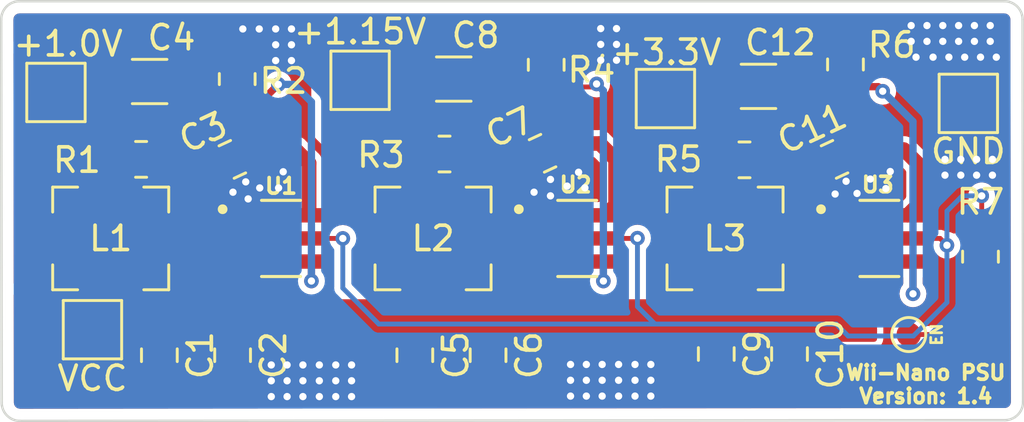
<source format=kicad_pcb>
(kicad_pcb (version 20221018) (generator pcbnew)
  (layers (0 "F.Cu" signal) (31 "B.Cu" signal) (34 "B.Paste" user) (35 "F.Paste" user) (36 "B.SilkS" user "B.Silkscreen") (37 "F.SilkS" user "F.Silkscreen") (38 "B.Mask" user) (39 "F.Mask" user) (44 "Edge.Cuts" user))
  (net 0 "")
  (net 1 "GNDREF")
  (net 2 "Net-(U3-SW)")
  (net 3 "+VDC")
  (net 4 "Net-(U3-VFB)")
  (net 5 "/Enable")
  (net 6 "Net-(U3-VBST)")
  (net 7 "Net-(U1-SW)")
  (net 8 "Net-(U1-VFB)")
  (net 9 "Net-(U1-VBST)")
  (net 10 "Net-(U2-SW)")
  (net 11 "Net-(U2-VFB)")
  (net 12 "Net-(U2-VBST)")
  (net 13 "1.0V_Out")
  (net 14 "1.15V_Out")
  (net 15 "3.3V_Out")
  (net 16 "EN_Pad")
  (footprint "TPS564201DDCR:SOT95P280X110-6N" (layer "F.Cu") (at 44.675 30.25)
    (fp_text reference "U2" (at -0.068 -2.2064) (layer "F.SilkS") (effects (font (size 0.64 0.64))))
    (fp_text value "TPS564201DDCR" hide)
    (fp_line (start -0.8 -1.565) (end 0.8 -1.565) (stroke (width 0.127)) (layer "F.SilkS"))
    (fp_line (start -0.8 1.565) (end 0.8 1.565) (stroke (width 0.127)) (layer "F.SilkS"))
    (fp_circle (center -2.4 -1.2) (end -2.3 -1.2) (stroke (width 0.2)) (fill none) (layer "F.SilkS"))
    (pad "1" smd roundrect (at -1.155 -0.95) (size 1.45 0.59) (layers "F.Cu" "F.Paste" "F.Mask") (roundrect_rratio 0.07) (net 1 "GNDREF"))
    (pad "2" smd roundrect (at -1.155 0) (size 1.45 0.59) (layers "F.Cu" "F.Paste" "F.Mask") (roundrect_rratio 0.07) (net 10 "Net-(U2-SW)"))
    (pad "3" smd roundrect (at -1.155 0.95) (size 1.45 0.59) (layers "F.Cu" "F.Paste" "F.Mask") (roundrect_rratio 0.07) (net 3 "+VDC"))
    (pad "4" smd roundrect (at 1.155 0.95) (size 1.45 0.59) (layers "F.Cu" "F.Paste" "F.Mask") (roundrect_rratio 0.07) (net 11 "Net-(U2-VFB)"))
    (pad "5" smd roundrect (at 1.155 0) (size 1.45 0.59) (layers "F.Cu" "F.Paste" "F.Mask") (roundrect_rratio 0.07) (net 5 "/Enable"))
    (pad "6" smd roundrect (at 1.155 -0.95) (size 1.45 0.59) (layers "F.Cu" "F.Paste" "F.Mask") (roundrect_rratio 0.07) (net 12 "Net-(U2-VBST)"))
  )
  (footprint "Resistor_SMD:R_0805_2012Metric" (layer "F.Cu") (at 55.7 23.1 90)
    (fp_text reference "R6" (at 0.8 1.9) (layer "F.SilkS"))
    (fp_text value "10k" hide)
    (fp_line (start -0.227064 -0.735) (end 0.227064 -0.735) (stroke (width 0.12)) (layer "F.SilkS"))
    (fp_line (start -0.227064 0.735) (end 0.227064 0.735) (stroke (width 0.12)) (layer "F.SilkS"))
    (pad "1" smd roundrect (at -0.9125 0 90) (size 1.025 1.4) (layers "F.Cu" "F.Paste" "F.Mask") (roundrect_rratio 0.243902) (net 4 "Net-(U3-VFB)"))
    (pad "2" smd roundrect (at 0.9125 0 90) (size 1.025 1.4) (layers "F.Cu" "F.Paste" "F.Mask") (roundrect_rratio 0.243902) (net 1 "GNDREF"))
  )
  (footprint "TPS564201DDCR:SOT95P280X110-6N" (layer "F.Cu") (at 57.095 30.25)
    (fp_text reference "U3" (at -0.068 -2.2064) (layer "F.SilkS") (effects (font (size 0.64 0.64))))
    (fp_text value "TPS564201DDCR" hide)
    (fp_line (start -0.8 -1.565) (end 0.8 -1.565) (stroke (width 0.127)) (layer "F.SilkS"))
    (fp_line (start -0.8 1.565) (end 0.8 1.565) (stroke (width 0.127)) (layer "F.SilkS"))
    (fp_circle (center -2.4 -1.2) (end -2.3 -1.2) (stroke (width 0.2)) (fill none) (layer "F.SilkS"))
    (pad "1" smd roundrect (at -1.155 -0.95) (size 1.45 0.59) (layers "F.Cu" "F.Paste" "F.Mask") (roundrect_rratio 0.07) (net 1 "GNDREF"))
    (pad "2" smd roundrect (at -1.155 0) (size 1.45 0.59) (layers "F.Cu" "F.Paste" "F.Mask") (roundrect_rratio 0.07) (net 2 "Net-(U3-SW)"))
    (pad "3" smd roundrect (at -1.155 0.95) (size 1.45 0.59) (layers "F.Cu" "F.Paste" "F.Mask") (roundrect_rratio 0.07) (net 3 "+VDC"))
    (pad "4" smd roundrect (at 1.155 0.95) (size 1.45 0.59) (layers "F.Cu" "F.Paste" "F.Mask") (roundrect_rratio 0.07) (net 4 "Net-(U3-VFB)"))
    (pad "5" smd roundrect (at 1.155 0) (size 1.45 0.59) (layers "F.Cu" "F.Paste" "F.Mask") (roundrect_rratio 0.07) (net 5 "/Enable"))
    (pad "6" smd roundrect (at 1.155 -0.95) (size 1.45 0.59) (layers "F.Cu" "F.Paste" "F.Mask") (roundrect_rratio 0.07) (net 6 "Net-(U3-VBST)"))
  )
  (footprint "Resistor_SMD:R_0805_2012Metric" (layer "F.Cu") (at 26.75 27)
    (fp_text reference "R1" (at -2.64 0.03) (layer "F.SilkS"))
    (fp_text value "3.16k" hide)
    (fp_line (start -0.227064 -0.735) (end 0.227064 -0.735) (stroke (width 0.12)) (layer "F.SilkS"))
    (fp_line (start -0.227064 0.735) (end 0.227064 0.735) (stroke (width 0.12)) (layer "F.SilkS"))
    (pad "1" smd roundrect (at -0.9125 0) (size 1.025 1.4) (layers "F.Cu" "F.Paste" "F.Mask") (roundrect_rratio 0.243902) (net 13 "1.0V_Out"))
    (pad "2" smd roundrect (at 0.9125 0) (size 1.025 1.4) (layers "F.Cu" "F.Paste" "F.Mask") (roundrect_rratio 0.243902) (net 8 "Net-(U1-VFB)"))
  )
  (footprint "Capacitor_SMD:C_0805_2012Metric" (layer "F.Cu") (at 53.4 35 -90)
    (fp_text reference "C10" (at 0 -1.68 90) (layer "F.SilkS"))
    (fp_text value "10uF" hide)
    (fp_line (start -0.261252 -0.735) (end 0.261252 -0.735) (stroke (width 0.12)) (layer "F.SilkS"))
    (fp_line (start -0.261252 0.735) (end 0.261252 0.735) (stroke (width 0.12)) (layer "F.SilkS"))
    (pad "1" smd roundrect (at -0.95 0 270) (size 1 1.45) (layers "F.Cu" "F.Paste" "F.Mask") (net 3 "+VDC"))
    (pad "2" smd roundrect (at 0.95 0 270) (size 1 1.45) (layers "F.Cu" "F.Paste" "F.Mask") (net 1 "GNDREF"))
  )
  (footprint "TestPoint:TestPoint_Pad_D1.0mm" (layer "F.Cu") (at 58.3 34.2 -90)
    (fp_text reference "EN" (at 0 -1.15 90) (layer "F.SilkS") (effects (font (size 0.45 0.45) (thickness 0.1125))))
    (fp_text value "TestPoint_Pad_D1.0mm" hide)
    (fp_circle (center 0 0) (end 0 0.7) (stroke (width 0.12)) (fill none) (layer "F.SilkS"))
    (pad "1" smd circle (at 0 0 270) (size 1 1) (layers "F.Cu" "F.Mask") (net 16 "EN_Pad"))
  )
  (footprint "Inductor_SMD:L_Bourns-SRN4018" (layer "F.Cu") (at 38.75 30.25 180)
    (fp_text reference "L2" hide)
    (fp_text value "2.2uH" hide)
    (fp_text user "${REFERENCE}" (at 0 0) (layer "F.SilkS"))
    (fp_line (start -2.385 -2.11) (end -2.385 -1.085) (stroke (width 0.12)) (layer "F.SilkS"))
    (fp_line (start -2.385 -2.11) (end -1.36 -2.11) (stroke (width 0.12)) (layer "F.SilkS"))
    (fp_line (start -2.385 2.11) (end -2.385 1.085) (stroke (width 0.12)) (layer "F.SilkS"))
    (fp_line (start -2.385 2.11) (end -1.36 2.11) (stroke (width 0.12)) (layer "F.SilkS"))
    (fp_line (start 2.385 -2.11) (end 1.36 -2.11) (stroke (width 0.12)) (layer "F.SilkS"))
    (fp_line (start 2.385 -2.11) (end 2.385 -1.085) (stroke (width 0.12)) (layer "F.SilkS"))
    (fp_line (start 2.385 2.11) (end 1.36 2.11) (stroke (width 0.12)) (layer "F.SilkS"))
    (fp_line (start 2.385 2.11) (end 2.385 1.085) (stroke (width 0.12)) (layer "F.SilkS"))
    (pad "1" smd rect (at -1.525 0 180) (size 1.5 3.6) (layers "F.Cu" "F.Paste" "F.Mask") (net 10 "Net-(U2-SW)"))
    (pad "2" smd rect (at 1.525 0 180) (size 1.5 3.6) (layers "F.Cu" "F.Paste" "F.Mask") (net 14 "1.15V_Out"))
  )
  (footprint "Resistor_SMD:R_0805_2012Metric" (layer "F.Cu") (at 61.25 31 90)
    (fp_text reference "R7" (at 2.25 0 180) (layer "F.SilkS"))
    (fp_text value "R_0805_2012Metric" hide)
    (fp_line (start -0.227064 -0.735) (end 0.227064 -0.735) (stroke (width 0.12)) (layer "F.SilkS"))
    (fp_line (start -0.227064 0.735) (end 0.227064 0.735) (stroke (width 0.12)) (layer "F.SilkS"))
    (pad "1" smd roundrect (at -0.9125 0 90) (size 1.025 1.4) (layers "F.Cu" "F.Paste" "F.Mask") (roundrect_rratio 0.243902) (net 16 "EN_Pad"))
    (pad "2" smd roundrect (at 0.9125 0 90) (size 1.025 1.4) (layers "F.Cu" "F.Paste" "F.Mask") (roundrect_rratio 0.243902) (net 5 "/Enable"))
  )
  (footprint "Resistor_SMD:R_0805_2012Metric" (layer "F.Cu") (at 51.55 27.02)
    (fp_text reference "R5" (at -2.71 -0.02) (layer "F.SilkS"))
    (fp_text value "33.2k" hide)
    (fp_line (start -0.227064 -0.735) (end 0.227064 -0.735) (stroke (width 0.12)) (layer "F.SilkS"))
    (fp_line (start -0.227064 0.735) (end 0.227064 0.735) (stroke (width 0.12)) (layer "F.SilkS"))
    (pad "1" smd roundrect (at -0.9125 0) (size 1.025 1.4) (layers "F.Cu" "F.Paste" "F.Mask") (roundrect_rratio 0.243902) (net 15 "3.3V_Out"))
    (pad "2" smd roundrect (at 0.9125 0) (size 1.025 1.4) (layers "F.Cu" "F.Paste" "F.Mask") (roundrect_rratio 0.243902) (net 4 "Net-(U3-VFB)"))
  )
  (footprint "Capacitor_SMD:C_1206_3216Metric" (layer "F.Cu") (at 39.6 23.7)
    (fp_text reference "C8" (at 0.9 -1.8) (layer "F.SilkS"))
    (fp_text value "C_1206_3216Metric" hide)
    (fp_line (start -0.711252 -0.91) (end 0.711252 -0.91) (stroke (width 0.12)) (layer "F.SilkS"))
    (fp_line (start -0.711252 0.91) (end 0.711252 0.91) (stroke (width 0.12)) (layer "F.SilkS"))
    (pad "1" smd roundrect (at -1.475 0) (size 1.15 1.8) (layers "F.Cu" "F.Paste" "F.Mask") (roundrect_rratio 0.217391) (net 14 "1.15V_Out"))
    (pad "2" smd roundrect (at 1.475 0) (size 1.15 1.8) (layers "F.Cu" "F.Paste" "F.Mask") (roundrect_rratio 0.217391) (net 1 "GNDREF"))
  )
  (footprint "Capacitor_SMD:C_1206_3216Metric" (layer "F.Cu") (at 27.1 23.8)
    (fp_text reference "C4" (at 0.9 -1.8) (layer "F.SilkS"))
    (fp_text value "C_1206_3216Metric" hide)
    (fp_line (start -0.711252 -0.91) (end 0.711252 -0.91) (stroke (width 0.12)) (layer "F.SilkS"))
    (fp_line (start -0.711252 0.91) (end 0.711252 0.91) (stroke (width 0.12)) (layer "F.SilkS"))
    (pad "1" smd roundrect (at -1.475 0) (size 1.15 1.8) (layers "F.Cu" "F.Paste" "F.Mask") (roundrect_rratio 0.217391) (net 13 "1.0V_Out"))
    (pad "2" smd roundrect (at 1.475 0) (size 1.15 1.8) (layers "F.Cu" "F.Paste" "F.Mask") (roundrect_rratio 0.217391) (net 1 "GNDREF"))
  )
  (footprint "TestPoint:TestPoint_Pad_2.0x2.0mm" (layer "F.Cu") (at 35.75 23.75)
    (fp_text reference "+1.15V" (at 0 -1.998) (layer "F.SilkS"))
    (fp_text value "TestPoint_Pad_2.0x2.0mm" hide)
    (fp_line (start -1.2 -1.2) (end 1.2 -1.2) (stroke (width 0.12)) (layer "F.SilkS"))
    (fp_line (start -1.2 1.2) (end -1.2 -1.2) (stroke (width 0.12)) (layer "F.SilkS"))
    (fp_line (start 1.2 -1.2) (end 1.2 1.2) (stroke (width 0.12)) (layer "F.SilkS"))
    (fp_line (start 1.2 1.2) (end -1.2 1.2) (stroke (width 0.12)) (layer "F.SilkS"))
    (pad "1" smd rect (at 0 0) (size 2 2) (layers "F.Cu" "F.Mask") (net 14 "1.15V_Out"))
  )
  (footprint "Capacitor_SMD:C_0805_2012Metric" (layer "F.Cu") (at 41.01 35.05 -90)
    (fp_text reference "C6" (at 0 -1.68 90) (layer "F.SilkS"))
    (fp_text value "10uF" hide)
    (fp_line (start -0.261252 -0.735) (end 0.261252 -0.735) (stroke (width 0.12)) (layer "F.SilkS"))
    (fp_line (start -0.261252 0.735) (end 0.261252 0.735) (stroke (width 0.12)) (layer "F.SilkS"))
    (pad "1" smd roundrect (at -0.95 0 270) (size 1 1.45) (layers "F.Cu" "F.Paste" "F.Mask") (net 3 "+VDC"))
    (pad "2" smd roundrect (at 0.95 0 270) (size 1 1.45) (layers "F.Cu" "F.Paste" "F.Mask") (net 1 "GNDREF"))
  )
  (footprint "Capacitor_SMD:C_1206_3216Metric" (layer "F.Cu") (at 52.125 24)
    (fp_text reference "C12" (at 0.9 -1.8) (layer "F.SilkS"))
    (fp_text value "C_1206_3216Metric" hide)
    (fp_line (start -0.711252 -0.91) (end 0.711252 -0.91) (stroke (width 0.12)) (layer "F.SilkS"))
    (fp_line (start -0.711252 0.91) (end 0.711252 0.91) (stroke (width 0.12)) (layer "F.SilkS"))
    (pad "1" smd roundrect (at -1.475 0) (size 1.15 1.8) (layers "F.Cu" "F.Paste" "F.Mask") (roundrect_rratio 0.217391) (net 15 "3.3V_Out"))
    (pad "2" smd roundrect (at 1.475 0) (size 1.15 1.8) (layers "F.Cu" "F.Paste" "F.Mask") (roundrect_rratio 0.217391) (net 1 "GNDREF"))
  )
  (footprint "Capacitor_SMD:C_0805_2012Metric" (layer "F.Cu") (at 30.5 27 -155)
    (fp_text reference "C3" (at 0.622689 1.50408 -155) (layer "F.SilkS"))
    (fp_text value "100nF" hide)
    (fp_line (start -0.261252 -0.735) (end 0.261252 -0.735) (stroke (width 0.12)) (layer "F.SilkS"))
    (fp_line (start -0.261252 0.735) (end 0.261252 0.735) (stroke (width 0.12)) (layer "F.SilkS"))
    (pad "1" smd roundrect (at -0.95 0 205) (size 1 1.45) (layers "F.Cu" "F.Paste" "F.Mask") (net 9 "Net-(U1-VBST)"))
    (pad "2" smd roundrect (at 0.95 0 205) (size 1 1.45) (layers "F.Cu" "F.Paste" "F.Mask") (net 7 "Net-(U1-SW)"))
  )
  (footprint "Resistor_SMD:R_0805_2012Metric" (layer "F.Cu") (at 30.7 23.7 90)
    (fp_text reference "R2" (at -0.08 1.9 180) (layer "F.SilkS"))
    (fp_text value "10k" hide)
    (fp_line (start -0.227064 -0.735) (end 0.227064 -0.735) (stroke (width 0.12)) (layer "F.SilkS"))
    (fp_line (start -0.227064 0.735) (end 0.227064 0.735) (stroke (width 0.12)) (layer "F.SilkS"))
    (pad "1" smd roundrect (at -0.9125 0 90) (size 1.025 1.4) (layers "F.Cu" "F.Paste" "F.Mask") (roundrect_rratio 0.243902) (net 8 "Net-(U1-VFB)"))
    (pad "2" smd roundrect (at 0.9125 0 90) (size 1.025 1.4) (layers "F.Cu" "F.Paste" "F.Mask") (roundrect_rratio 0.243902) (net 1 "GNDREF"))
  )
  (footprint "Resistor_SMD:R_0805_2012Metric" (layer "F.Cu") (at 39.22 26.78)
    (fp_text reference "R3" (at -2.61 0.04) (layer "F.SilkS"))
    (fp_text value "5.11k" hide)
    (fp_line (start -0.227064 -0.735) (end 0.227064 -0.735) (stroke (width 0.12)) (layer "F.SilkS"))
    (fp_line (start -0.227064 0.735) (end 0.227064 0.735) (stroke (width 0.12)) (layer "F.SilkS"))
    (pad "1" smd roundrect (at -0.9125 0) (size 1.025 1.4) (layers "F.Cu" "F.Paste" "F.Mask") (roundrect_rratio 0.243902) (net 14 "1.15V_Out"))
    (pad "2" smd roundrect (at 0.9125 0) (size 1.025 1.4) (layers "F.Cu" "F.Paste" "F.Mask") (roundrect_rratio 0.243902) (net 11 "Net-(U2-VFB)"))
  )
  (footprint "TestPoint:TestPoint_Pad_2.0x2.0mm" (layer "F.Cu") (at 24.75 34 -90)
    (fp_text reference "VCC" (at 2 0 180) (layer "F.SilkS"))
    (fp_text value "TestPoint_Pad_2.0x2.0mm" hide)
    (fp_line (start -1.2 -1.2) (end 1.2 -1.2) (stroke (width 0.12)) (layer "F.SilkS"))
    (fp_line (start -1.2 1.2) (end -1.2 -1.2) (stroke (width 0.12)) (layer "F.SilkS"))
    (fp_line (start 1.2 -1.2) (end 1.2 1.2) (stroke (width 0.12)) (layer "F.SilkS"))
    (fp_line (start 1.2 1.2) (end -1.2 1.2) (stroke (width 0.12)) (layer "F.SilkS"))
    (pad "1" smd rect (at 0 0 270) (size 2 2) (layers "F.Cu" "F.Mask") (net 3 "+VDC"))
  )
  (footprint "Inductor_SMD:L_Bourns-SRN4018" (layer "F.Cu") (at 25.5 30.25 180)
    (fp_text reference "L1" hide)
    (fp_text value "2.2uH" hide)
    (fp_text user "${REFERENCE}" (at 0 0) (layer "F.SilkS"))
    (fp_line (start -2.385 -2.11) (end -2.385 -1.085) (stroke (width 0.12)) (layer "F.SilkS"))
    (fp_line (start -2.385 -2.11) (end -1.36 -2.11) (stroke (width 0.12)) (layer "F.SilkS"))
    (fp_line (start -2.385 2.11) (end -2.385 1.085) (stroke (width 0.12)) (layer "F.SilkS"))
    (fp_line (start -2.385 2.11) (end -1.36 2.11) (stroke (width 0.12)) (layer "F.SilkS"))
    (fp_line (start 2.385 -2.11) (end 1.36 -2.11) (stroke (width 0.12)) (layer "F.SilkS"))
    (fp_line (start 2.385 -2.11) (end 2.385 -1.085) (stroke (width 0.12)) (layer "F.SilkS"))
    (fp_line (start 2.385 2.11) (end 1.36 2.11) (stroke (width 0.12)) (layer "F.SilkS"))
    (fp_line (start 2.385 2.11) (end 2.385 1.085) (stroke (width 0.12)) (layer "F.SilkS"))
    (pad "1" smd rect (at -1.525 0 180) (size 1.5 3.6) (layers "F.Cu" "F.Paste" "F.Mask") (net 7 "Net-(U1-SW)"))
    (pad "2" smd rect (at 1.525 0 180) (size 1.5 3.6) (layers "F.Cu" "F.Paste" "F.Mask") (net 13 "1.0V_Out"))
  )
  (footprint "TPS564201DDCR:SOT95P280X110-6N" (layer "F.Cu") (at 32.5 30.25)
    (fp_text reference "U1" (at 0 -2.15) (layer "F.SilkS") (effects (font (size 0.64 0.64))))
    (fp_text value "TPS564201DDCR" hide)
    (fp_line (start -0.8 -1.565) (end 0.8 -1.565) (stroke (width 0.127)) (layer "F.SilkS"))
    (fp_line (start -0.8 1.565) (end 0.8 1.565) (stroke (width 0.127)) (layer "F.SilkS"))
    (fp_circle (center -2.4 -1.2) (end -2.3 -1.2) (stroke (width 0.2)) (fill none) (layer "F.SilkS"))
    (pad "1" smd roundrect (at -1.155 -0.95) (size 1.45 0.59) (layers "F.Cu" "F.Paste" "F.Mask") (roundrect_rratio 0.07) (net 1 "GNDREF"))
    (pad "2" smd roundrect (at -1.155 0) (size 1.45 0.59) (layers "F.Cu" "F.Paste" "F.Mask") (roundrect_rratio 0.07) (net 7 "Net-(U1-SW)"))
    (pad "3" smd roundrect (at -1.155 0.95) (size 1.45 0.59) (layers "F.Cu" "F.Paste" "F.Mask") (roundrect_rratio 0.07) (net 3 "+VDC"))
    (pad "4" smd roundrect (at 1.155 0.95) (size 1.45 0.59) (layers "F.Cu" "F.Paste" "F.Mask") (roundrect_rratio 0.07) (net 8 "Net-(U1-VFB)"))
    (pad "5" smd roundrect (at 1.155 0) (size 1.45 0.59) (layers "F.Cu" "F.Paste" "F.Mask") (roundrect_rratio 0.07) (net 5 "/Enable"))
    (pad "6" smd roundrect (at 1.155 -0.95) (size 1.45 0.59) (layers "F.Cu" "F.Paste" "F.Mask") (roundrect_rratio 0.07) (net 9 "Net-(U1-VBST)"))
  )
  (footprint "Resistor_SMD:R_0805_2012Metric" (layer "F.Cu") (at 43.4 23.1125 90)
    (fp_text reference "R4" (at -0.21 1.86 180) (layer "F.SilkS"))
    (fp_text value "10k" hide)
    (fp_line (start -0.227064 -0.735) (end 0.227064 -0.735) (stroke (width 0.12)) (layer "F.SilkS"))
    (fp_line (start -0.227064 0.735) (end 0.227064 0.735) (stroke (width 0.12)) (layer "F.SilkS"))
    (pad "1" smd roundrect (at -0.9125 0 90) (size 1.025 1.4) (layers "F.Cu" "F.Paste" "F.Mask") (roundrect_rratio 0.243902) (net 11 "Net-(U2-VFB)"))
    (pad "2" smd roundrect (at 0.9125 0 90) (size 1.025 1.4) (layers "F.Cu" "F.Paste" "F.Mask") (roundrect_rratio 0.243902) (net 1 "GNDREF"))
  )
  (footprint "Capacitor_SMD:C_0805_2012Metric" (layer "F.Cu") (at 55.25 27 -155)
    (fp_text reference "C11" (at 0.310367 1.534983 -155) (layer "F.SilkS"))
    (fp_text value "100nF" hide)
    (fp_line (start -0.261252 -0.735) (end 0.261252 -0.735) (stroke (width 0.12)) (layer "F.SilkS"))
    (fp_line (start -0.261252 0.735) (end 0.261252 0.735) (stroke (width 0.12)) (layer "F.SilkS"))
    (pad "1" smd roundrect (at -0.95 0 205) (size 1 1.45) (layers "F.Cu" "F.Paste" "F.Mask") (net 6 "Net-(U3-VBST)"))
    (pad "2" smd roundrect (at 0.95 0 205) (size 1 1.45) (layers "F.Cu" "F.Paste" "F.Mask") (net 2 "Net-(U3-SW)"))
  )
  (footprint "Capacitor_SMD:C_0805_2012Metric" (layer "F.Cu") (at 50.39 35 -90)
    (fp_text reference "C9" (at 0 -1.68 90) (layer "F.SilkS"))
    (fp_text value "100nF" hide)
    (fp_line (start -0.261252 -0.735) (end 0.261252 -0.735) (stroke (width 0.12)) (layer "F.SilkS"))
    (fp_line (start -0.261252 0.735) (end 0.261252 0.735) (stroke (width 0.12)) (layer "F.SilkS"))
    (pad "1" smd roundrect (at -0.95 0 270) (size 1 1.45) (layers "F.Cu" "F.Paste" "F.Mask") (net 3 "+VDC"))
    (pad "2" smd roundrect (at 0.95 0 270) (size 1 1.45) (layers "F.Cu" "F.Paste" "F.Mask") (net 1 "GNDREF"))
  )
  (footprint "Capacitor_SMD:C_0805_2012Metric" (layer "F.Cu") (at 43.25 26.75 -155)
    (fp_text reference "C7" (at 0.779766 1.522158 -155) (layer "F.SilkS"))
    (fp_text value "100nF" hide)
    (fp_line (start -0.261252 -0.735) (end 0.261252 -0.735) (stroke (width 0.12)) (layer "F.SilkS"))
    (fp_line (start -0.261252 0.735) (end 0.261252 0.735) (stroke (width 0.12)) (layer "F.SilkS"))
    (pad "1" smd roundrect (at -0.95 0 205) (size 1 1.45) (layers "F.Cu" "F.Paste" "F.Mask") (net 12 "Net-(U2-VBST)"))
    (pad "2" smd roundrect (at 0.95 0 205) (size 1 1.45) (layers "F.Cu" "F.Paste" "F.Mask") (net 10 "Net-(U2-SW)"))
  )
  (footprint "TestPoint:TestPoint_Pad_2.0x2.0mm" (layer "F.Cu") (at 23.25 24.25)
    (fp_text reference "+1.0V" (at 0.5 -2) (layer "F.SilkS"))
    (fp_text value "TestPoint_Pad_2.0x2.0mm" hide)
    (fp_line (start -1.2 -1.2) (end 1.2 -1.2) (stroke (width 0.12)) (layer "F.SilkS"))
    (fp_line (start -1.2 1.2) (end -1.2 -1.2) (stroke (width 0.12)) (layer "F.SilkS"))
    (fp_line (start 1.2 -1.2) (end 1.2 1.2) (stroke (width 0.12)) (layer "F.SilkS"))
    (fp_line (start 1.2 1.2) (end -1.2 1.2) (stroke (width 0.12)) (layer "F.SilkS"))
    (pad "1" smd rect (at 0 0) (size 2 2) (layers "F.Cu" "F.Mask") (net 13 "1.0V_Out"))
  )
  (footprint "TestPoint:TestPoint_Pad_2.0x2.0mm" (layer "F.Cu") (at 60.75 24.7 -90)
    (fp_text reference "GND" (at 1.97 0) (layer "F.SilkS"))
    (fp_text value "TestPoint_Pad_2.0x2.0mm" hide)
    (fp_line (start -1.2 -1.2) (end 1.2 -1.2) (stroke (width 0.12)) (layer "F.SilkS"))
    (fp_line (start -1.2 1.2) (end -1.2 -1.2) (stroke (width 0.12)) (layer "F.SilkS"))
    (fp_line (start 1.2 -1.2) (end 1.2 1.2) (stroke (width 0.12)) (layer "F.SilkS"))
    (fp_line (start 1.2 1.2) (end -1.2 1.2) (stroke (width 0.12)) (layer "F.SilkS"))
    (pad "1" smd rect (at 0 0 270) (size 2 2) (layers "F.Cu" "F.Mask") (net 1 "GNDREF"))
  )
  (footprint "Capacitor_SMD:C_0805_2012Metric" (layer "F.Cu") (at 30.51 35.05 -90)
    (fp_text reference "C2" (at 0 -1.68 90) (layer "F.SilkS"))
    (fp_text value "10uF" hide)
    (fp_line (start -0.261252 -0.735) (end 0.261252 -0.735) (stroke (width 0.12)) (layer "F.SilkS"))
    (fp_line (start -0.261252 0.735) (end 0.261252 0.735) (stroke (width 0.12)) (layer "F.SilkS"))
    (pad "1" smd roundrect (at -0.95 0 270) (size 1 1.45) (layers "F.Cu" "F.Paste" "F.Mask") (net 3 "+VDC"))
    (pad "2" smd roundrect (at 0.95 0 270) (size 1 1.45) (layers "F.Cu" "F.Paste" "F.Mask") (net 1 "GNDREF"))
  )
  (footprint "Capacitor_SMD:C_0805_2012Metric" (layer "F.Cu") (at 27.5 35.05 -90)
    (fp_text reference "C1" (at 0 -1.68 90) (layer "F.SilkS"))
    (fp_text value "100nF" hide)
    (fp_line (start -0.261252 -0.735) (end 0.261252 -0.735) (stroke (width 0.12)) (layer "F.SilkS"))
    (fp_line (start -0.261252 0.735) (end 0.261252 0.735) (stroke (width 0.12)) (layer "F.SilkS"))
    (pad "1" smd roundrect (at -0.95 0 270) (size 1 1.45) (layers "F.Cu" "F.Paste" "F.Mask") (net 3 "+VDC"))
    (pad "2" smd roundrect (at 0.95 0 270) (size 1 1.45) (layers "F.Cu" "F.Paste" "F.Mask") (net 1 "GNDREF"))
  )
  (footprint "Capacitor_SMD:C_0805_2012Metric" (layer "F.Cu") (at 38 35.05 -90)
    (fp_text reference "C5" (at 0 -1.68 90) (layer "F.SilkS"))
    (fp_text value "100nF" hide)
    (fp_line (start -0.261252 -0.735) (end 0.261252 -0.735) (stroke (width 0.12)) (layer "F.SilkS"))
    (fp_line (start -0.261252 0.735) (end 0.261252 0.735) (stroke (width 0.12)) (layer "F.SilkS"))
    (pad "1" smd roundrect (at -0.95 0 270) (size 1 1.45) (layers "F.Cu" "F.Paste" "F.Mask") (net 3 "+VDC"))
    (pad "2" smd roundrect (at 0.95 0 270) (size 1 1.45) (layers "F.Cu" "F.Paste" "F.Mask") (net 1 "GNDREF"))
  )
  (footprint "Inductor_SMD:L_Bourns-SRN4018" (layer "F.Cu") (at 50.75 30.25 180)
    (fp_text reference "L3" hide)
    (fp_text value "2.2uH" hide)
    (fp_text user "${REFERENCE}" (at 0 0) (layer "F.SilkS"))
    (fp_line (start -2.385 -2.11) (end -2.385 -1.085) (stroke (width 0.12)) (layer "F.SilkS"))
    (fp_line (start -2.385 -2.11) (end -1.36 -2.11) (stroke (width 0.12)) (layer "F.SilkS"))
    (fp_line (start -2.385 2.11) (end -2.385 1.085) (stroke (width 0.12)) (layer "F.SilkS"))
    (fp_line (start -2.385 2.11) (end -1.36 2.11) (stroke (width 0.12)) (layer "F.SilkS"))
    (fp_line (start 2.385 -2.11) (end 1.36 -2.11) (stroke (width 0.12)) (layer "F.SilkS"))
    (fp_line (start 2.385 -2.11) (end 2.385 -1.085) (stroke (width 0.12)) (layer "F.SilkS"))
    (fp_line (start 2.385 2.11) (end 1.36 2.11) (stroke (width 0.12)) (layer "F.SilkS"))
    (fp_line (start 2.385 2.11) (end 2.385 1.085) (stroke (width 0.12)) (layer "F.SilkS"))
    (pad "1" smd rect (at -1.525 0 180) (size 1.5 3.6) (layers "F.Cu" "F.Paste" "F.Mask") (net 2 "Net-(U3-SW)"))
    (pad "2" smd rect (at 1.525 0 180) (size 1.5 3.6) (layers "F.Cu" "F.Paste" "F.Mask") (net 15 "3.3V_Out"))
  )
  (footprint "TestPoint:TestPoint_Pad_2.0x2.0mm" (layer "F.Cu") (at 48.3 24.5)
    (fp_text reference "+3.3V" (at 0.05 -1.9) (layer "F.SilkS"))
    (fp_text value "TestPoint_Pad_2.0x2.0mm" hide)
    (fp_line (start -1.2 -1.2) (end 1.2 -1.2) (stroke (width 0.12)) (layer "F.SilkS"))
    (fp_line (start -1.2 1.2) (end -1.2 -1.2) (stroke (width 0.12)) (layer "F.SilkS"))
    (fp_line (start 1.2 -1.2) (end 1.2 1.2) (stroke (width 0.12)) (layer "F.SilkS"))
    (fp_line (start 1.2 1.2) (end -1.2 1.2) (stroke (width 0.12)) (layer "F.SilkS"))
    (pad "1" smd rect (at 0 0) (size 2 2) (layers "F.Cu" "F.Mask") (net 15 "3.3V_Out"))
  )
  (gr_line (start 21.02 36.99967) (end 21 21.25) (stroke (width 0.1)) (layer "Edge.Cuts"))
  (gr_line (start 62.979655 21.250345) (end 62.999661 36.969661) (stroke (width 0.1)) (layer "Edge.Cuts"))
  (gr_arc (start 62.999661 36.969661) (mid 62.78 37.5) (end 62.249661 37.719661) (stroke (width 0.1)) (layer "Edge.Cuts"))
  (gr_arc (start 21.77 37.74967) (mid 21.239676 37.529994) (end 21.02 36.99967) (stroke (width 0.1)) (layer "Edge.Cuts"))
  (gr_line (start 21.77 37.74967) (end 62.249661 37.719661) (stroke (width 0.1)) (layer "Edge.Cuts"))
  (gr_arc (start 21 21.25) (mid 21.21967 20.71967) (end 21.75 20.5) (stroke (width 0.1)) (layer "Edge.Cuts"))
  (gr_line (start 21.75 20.5) (end 62.229655 20.500345) (stroke (width 0.1)) (layer "Edge.Cuts"))
  (gr_arc (start 62.229655 20.500345) (mid 62.759969 20.72001) (end 62.979655 21.250345) (stroke (width 0.1)) (layer "Edge.Cuts"))
  (gr_text "Wii-Nano PSU\nVersion: 1.4\n" (at 59 36.25) (layer "F.SilkS") (effects (font (size 0.6 0.6) (thickness 0.15) bold)))
  (via (at 61.09 27) (size 0.6) (drill 0.3) (layers "F.Cu" "B.Cu") (net 1))
  (via (at 58.4 21.5) (size 0.6) (drill 0.3) (layers "F.Cu" "B.Cu") (net 1))
  (via (at 60.44 27.65) (size 0.6) (drill 0.3) (layers "F.Cu" "B.Cu") (net 1))
  (via (at 61.65 21.5) (size 0.6) (drill 0.3) (layers "F.Cu" "B.Cu") (net 1))
  (via (at 33.4 36.75) (size 0.6) (drill 0.3) (layers "F.Cu" "B.Cu") (net 1))
  (via (at 61.74 27.65) (size 0.6) (drill 0.3) (layers "F.Cu" "B.Cu") (net 1))
  (via (at 58.6 22.8) (size 0.6) (drill 0.3) (layers "F.Cu" "B.Cu") (net 1))
  (via (at 34.75 36.75) (size 0.6) (drill 0.3) (layers "F.Cu" "B.Cu") (net 1))
  (via (at 61.65 22.15) (size 0.6) (drill 0.3) (layers "F.Cu" "B.Cu") (net 1))
  (via (at 35.4 36.1) (size 0.6) (drill 0.3) (layers "F.Cu" "B.Cu") (net 1))
  (via (at 60.44 27) (size 0.6) (drill 0.3) (layers "F.Cu" "B.Cu") (net 1))
  (via (at 32.28 22.94) (size 0.6) (drill 0.3) (layers "F.Cu" "B.Cu") (net 1))
  (via (at 59.3 22.8) (size 0.6) (drill 0.3) (layers "F.Cu" "B.Cu") (net 1))
  (via (at 56.72 27.81) (size 0.6) (drill 0.3) (layers "F.Cu" "B.Cu") (net 1))
  (via (at 32.1 35.45) (size 0.6) (drill 0.3) (layers "F.Cu" "B.Cu") (net 1))
  (via (at 30.93 21.64) (size 0.6) (drill 0.3) (layers "F.Cu" "B.Cu") (net 1))
  (via (at 59.7 22.15) (size 0.6) (drill 0.3) (layers "F.Cu" "B.Cu") (net 1))
  (via (at 34.075 36.1) (size 0.6) (drill 0.3) (layers "F.Cu" "B.Cu") (net 1))
  (via (at 43.575 27.825) (size 0.6) (drill 0.3) (layers "F.Cu" "B.Cu") (net 1))
  (via (at 45.7 35.43) (size 0.6) (drill 0.3) (layers "F.Cu" "B.Cu") (net 1))
  (via (at 32.28 22.29) (size 0.6) (drill 0.3) (layers "F.Cu" "B.Cu") (net 1))
  (via (at 44.4 36.73) (size 0.6) (drill 0.3) (layers "F.Cu" "B.Cu") (net 1))
  (via (at 57.36 28.2) (size 0.6) (drill 0.3) (layers "F.Cu" "B.Cu") (net 1))
  (via (at 59.7 21.5) (size 0.6) (drill 0.3) (layers "F.Cu" "B.Cu") (net 1))
  (via (at 32.93 22.94) (size 0.6) (drill 0.3) (layers "F.Cu" "B.Cu") (net 1))
  (via (at 34.075 36.75) (size 0.6) (drill 0.3) (layers "F.Cu" "B.Cu") (net 1))
  (via (at 47.7 35.43) (size 0.6) (drill 0.3) (layers "F.Cu" "B.Cu") (net 1))
  (via (at 31.05 27.925) (size 0.6) (drill 0.3) (layers "F.Cu" "B.Cu") (net 1))
  (via (at 61.09 27.65) (size 0.6) (drill 0.3) (layers "F.Cu" "B.Cu") (net 1))
  (via (at 47.7 36.08) (size 0.6) (drill 0.3) (layers "F.Cu" "B.Cu") (net 1))
  (via (at 44.73 27.53) (size 0.6) (drill 0.3) (layers "F.Cu" "B.Cu") (net 1))
  (via (at 47.7 36.73) (size 0.6) (drill 0.3) (layers "F.Cu" "B.Cu") (net 1))
  (via (at 32.28 21.64) (size 0.6) (drill 0.3) (layers "F.Cu" "B.Cu") (net 1))
  (via (at 45.05 36.73) (size 0.6) (drill 0.3) (layers "F.Cu" "B.Cu") (net 1))
  (via (at 59.95 22.8) (size 0.6) (drill 0.3) (layers "F.Cu" "B.Cu") (net 1))
  (via (at 46.29 22.275) (size 0.6) (drill 0.3) (layers "F.Cu" "B.Cu") (net 1))
  (via (at 59.05 22.15) (size 0.6) (drill 0.3) (layers "F.Cu" "B.Cu") (net 1))
  (via (at 31.605 21.64) (size 0.6) (drill 0.3) (layers "F.Cu" "B.Cu") (net 1))
  (via (at 61.9 22.8) (size 0.6) (drill 0.3) (layers "F.Cu" "B.Cu") (net 1))
  (via (at 30.525 28.35) (size 0.6) (drill 0.3) (layers "F.Cu" "B.Cu") (net 1))
  (via (at 56.175 28.4) (size 0.6) (drill 0.3) (layers "F.Cu" "B.Cu") (net 1))
  (via (at 44.4 36.08) (size 0.6) (drill 0.3) (layers "F.Cu" "B.Cu") (net 1))
  (via (at 42.9 28.35) (size 0.6) (drill 0.3) (layers "F.Cu" "B.Cu") (net 1))
  (via (at 60.35 22.15) (size 0.6) (drill 0.3) (layers "F.Cu" "B.Cu") (net 1))
  (via (at 61 21.5) (size 0.6) (drill 0.3) (layers "F.Cu" "B.Cu") (net 1))
  (via (at 31.625 28.175) (size 0.6) (drill 0.3) (layers "F.Cu" "B.Cu") (net 1))
  (via (at 32.1 36.1) (size 0.6) (drill 0.3) (layers "F.Cu" "B.Cu") (net 1))
  (via (at 32.4 28.175) (size 0.6) (drill 0.3) (layers "F.Cu" "B.Cu") (net 1))
  (via (at 34.75 35.45) (size 0.6) (drill 0.3) (layers "F.Cu" "B.Cu") (net 1))
  (via (at 61.74 27) (size 0.6) (drill 0.3) (layers "F.Cu" "B.Cu") (net 1))
  (via (at 57.54 27.5) (size 0.6) (drill 0.3) (layers "F.Cu" "B.Cu") (net 1))
  (via (at 58.4 22.15) (size 0.6) (drill 0.3) (layers "F.Cu" "B.Cu") (net 1))
  (via (at 32.75 35.45) (size 0.6) (drill 0.3) (layers "F.Cu" "B.Cu") (net 1))
  (via (at 61 22.15) (size 0.6) (drill 0.3) (layers "F.Cu" "B.Cu") (net 1))
  (via (at 32.93 21.64) (size 0.6) (drill 0.3) (layers "F.Cu" "B.Cu") (net 1))
  (via (at 55.725 27.9) (size 0.6) (drill 0.3) (layers "F.Cu" "B.Cu") (net 1))
  (via (at 46.375 35.43) (size 0.6) (drill 0.3) (layers "F.Cu" "B.Cu") (net 1))
  (via (at 33.4 35.45) (size 0.6) (drill 0.3) (layers "F.Cu" "B.Cu") (net 1))
  (via (at 35.4 36.75) (size 0.6) (drill 0.3) (layers "F.Cu" "B.Cu") (net 1))
  (via (at 47.05 35.43) (size 0.6) (drill 0.3) (layers "F.Cu" "B.Cu") (net 1))
  (via (at 44.99 28.17) (size 0.6) (drill 0.3) (layers "F.Cu" "B.Cu") (net 1))
  (via (at 33.4 36.1) (size 0.6) (drill 0.3) (layers "F.Cu" "B.Cu") (net 1))
  (via (at 34.75 36.1) (size 0.6) (drill 0.3) (layers "F.Cu" "B.Cu") (net 1))
  (via (at 59.79 27) (size 0.6) (drill 0.3) (layers "F.Cu" "B.Cu") (net 1))
  (via (at 61.25 22.8) (size 0.6) (drill 0.3) (layers "F.Cu" "B.Cu") (net 1))
  (via (at 55.275 28.425) (size 0.6) (drill 0.3) (layers "F.Cu" "B.Cu") (net 1))
  (via (at 45.64 22.275) (size 0.6) (drill 0.3) (layers "F.Cu" "B.Cu") (net 1))
  (via (at 59.79 27.65) (size 0.6) (drill 0.3) (layers "F.Cu" "B.Cu") (net 1))
  (via (at 46.375 36.08) (size 0.6) (drill 0.3) (layers "F.Cu" "B.Cu") (net 1))
  (via (at 32.59 27.51) (size 0.6) (drill 0.3) (layers "F.Cu" "B.Cu") (net 1))
  (via (at 32.93 22.29) (size 0.6) (drill 0.3) (layers "F.Cu" "B.Cu") (net 1))
  (via (at 31.15 28.625) (size 0.6) (drill 0.3) (layers "F.Cu" "B.Cu") (net 1))
  (via (at 43.575 28.5) (size 0.6) (drill 0.3) (layers "F.Cu" "B.Cu") (net 1))
  (via (at 59.05 21.5) (size 0.6) (drill 0.3) (layers "F.Cu" "B.Cu") (net 1))
  (via (at 45.7 36.73) (size 0.6) (drill 0.3) (layers "F.Cu" "B.Cu") (net 1))
  (via (at 32.75 36.75) (size 0.6) (drill 0.3) (layers "F.Cu" "B.Cu") (net 1))
  (via (at 45.05 36.08) (size 0.6) (drill 0.3) (layers "F.Cu" "B.Cu") (net 1))
  (via (at 47.05 36.73) (size 0.6) (drill 0.3) (layers "F.Cu" "B.Cu") (net 1))
  (via (at 45.64 22.925) (size 0.6) (drill 0.3) (layers "F.Cu" "B.Cu") (net 1))
  (via (at 46.29 22.925) (size 0.6) (drill 0.3) (layers "F.Cu" "B.Cu") (net 1))
  (via (at 47.05 36.08) (size 0.6) (drill 0.3) (layers "F.Cu" "B.Cu") (net 1))
  (via (at 60.6 22.8) (size 0.6) (drill 0.3) (layers "F.Cu" "B.Cu") (net 1))
  (via (at 45.64 21.625) (size 0.6) (drill 0.3) (layers "F.Cu" "B.Cu") (net 1))
  (via (at 45.7 36.08) (size 0.6) (drill 0.3) (layers "F.Cu" "B.Cu") (net 1))
  (via (at 45.05 35.43) (size 0.6) (drill 0.3) (layers "F.Cu" "B.Cu") (net 1))
  (via (at 35.4 35.45) (size 0.6) (drill 0.3) (layers "F.Cu" "B.Cu") (net 1))
  (via (at 32.75 36.1) (size 0.6) (drill 0.3) (layers "F.Cu" "B.Cu") (net 1))
  (via (at 60.35 21.5) (size 0.6) (drill 0.3) (layers "F.Cu" "B.Cu") (net 1))
  (via (at 44.4 35.43) (size 0.6) (drill 0.3) (layers "F.Cu" "B.Cu") (net 1))
  (via (at 46.29 21.625) (size 0.6) (drill 0.3) (layers "F.Cu" "B.Cu") (net 1))
  (via (at 34.075 35.45) (size 0.6) (drill 0.3) (layers "F.Cu" "B.Cu") (net 1))
  (via (at 44.26 28.1) (size 0.6) (drill 0.3) (layers "F.Cu" "B.Cu") (net 1))
  (via (at 32.1 36.75) (size 0.6) (drill 0.3) (layers "F.Cu" "B.Cu") (net 1))
  (via (at 46.375 36.73) (size 0.6) (drill 0.3) (layers "F.Cu" "B.Cu") (net 1))
  (segment (start 54.389008 27.401487) (end 54.389008 30.110992) (width 0.6) (layer "F.Cu") (net 2))
  (segment (start 54.389008 30.110992) (end 54.25 30.25) (width 0.6) (layer "F.Cu") (net 2))
  (segment (start 54.25 30.25) (end 52.275 30.25) (width 1) (layer "F.Cu") (net 2))
  (segment (start 55.94 30.25) (end 54.25 30.25) (width 1) (layer "F.Cu") (net 2))
  (segment (start 54.5 30) (end 54.25 30.25) (width 0.6) (layer "F.Cu") (net 2))
  (segment (start 52.4625 26.8675) (end 52.79 26.54) (width 0.3) (layer "F.Cu") (net 4))
  (segment (start 55.7 24.4) (end 55.7 24.0125) (width 0.3) (layer "F.Cu") (net 4))
  (segment (start 52.4625 27.02) (end 52.78 27.02) (width 0.3) (layer "F.Cu") (net 4))
  (segment (start 57.2075 24.2225) (end 57.23 24.2) (width 0.3) (layer "F.Cu") (net 4))
  (segment (start 52.4625 27.02) (end 52.4625 26.1375) (width 0.3) (layer "F.Cu") (net 4))
  (segment (start 55.7 24.0125) (end 57.0425 24.0125) (width 0.3) (layer "F.Cu") (net 4))
  (segment (start 57.0425 24.0125) (end 57.23 24.2) (width 0.3) (layer "F.Cu") (net 4))
  (segment (start 58.475 31.425) (end 58.25 31.2) (width 0.3) (layer "F.Cu") (net 4))
  (segment (start 52.8 25.8) (end 54.3 25.8) (width 0.3) (layer "F.Cu") (net 4))
  (segment (start 54.3 25.8) (end 55.7 24.4) (width 0.3) (layer "F.Cu") (net 4))
  (segment (start 52.4625 27.02) (end 52.4625 26.8675) (width 0.3) (layer "F.Cu") (net 4))
  (segment (start 58.475 32.525) (end 58.475 31.425) (width 0.3) (layer "F.Cu") (net 4))
  (segment (start 52.4625 26.1375) (end 52.8 25.8) (width 0.3) (layer "F.Cu") (net 4))
  (via (at 57.23 24.2) (size 0.6) (drill 0.3) (layers "F.Cu" "B.Cu") (net 4))
  (via (at 58.475 32.525) (size 0.6) (drill 0.3) (layers "F.Cu" "B.Cu") (net 4))
  (segment (start 58.475 25.445) (end 58.475 32.525) (width 0.3) (layer "B.Cu") (net 4))
  (segment (start 57.23 24.2) (end 58.475 25.445) (width 0.3) (layer "B.Cu") (net 4))
  (segment (start 33.655 30.25) (end 35.04 30.25) (width 0.2) (layer "F.Cu") (net 5))
  (segment (start 61.3 30.0375) (end 61.25 30.0875) (width 0.2) (layer "F.Cu") (net 5))
  (segment (start 58.25 30.25) (end 59.59 30.25) (width 0.2) (layer "F.Cu") (net 5))
  (segment (start 59.59 30.25) (end 59.87 30.53) (width 0.2) (layer "F.Cu") (net 5))
  (segment (start 45.83 30.25) (end 47.14 30.25) (width 0.2) (layer "F.Cu") (net 5))
  (segment (start 47.14 30.25) (end 47.15 30.24) (width 0.2) (layer "F.Cu") (net 5))
  (segment (start 61.3 28.5) (end 61.3 30.0375) (width 0.2) (layer "F.Cu") (net 5))
  (via (at 35.04 30.25) (size 0.6) (drill 0.3) (layers "F.Cu" "B.Cu") (net 5))
  (via (at 61.3 28.5) (size 0.6) (drill 0.3) (layers "F.Cu" "B.Cu") (net 5))
  (via (at 59.87 30.53) (size 0.6) (drill 0.3) (layers "F.Cu" "B.Cu") (net 5))
  (via (at 47.15 30.24) (size 0.6) (drill 0.3) (layers "F.Cu" "B.Cu") (net 5))
  (segment (start 60.5 28.5) (end 61.3 28.5) (width 0.2) (layer "B.Cu") (net 5))
  (segment (start 55.32 33.77) (end 47.87 33.77) (width 0.2) (layer "B.Cu") (net 5))
  (segment (start 58.49 34.26) (end 55.81 34.26) (width 0.2) (layer "B.Cu") (net 5))
  (segment (start 59.87 30.53) (end 59.87 32.88) (width 0.2) (layer "B.Cu") (net 5))
  (segment (start 47.15 33.05) (end 47.87 33.77) (width 0.2) (layer "B.Cu") (net 5))
  (segment (start 35.04 30.25) (end 35.04 32.29) (width 0.2) (layer "B.Cu") (net 5))
  (segment (start 47.15 30.24) (end 47.15 33.05) (width 0.2) (layer "B.Cu") (net 5))
  (segment (start 59.9 29.1) (end 60.5 28.5) (width 0.2) (layer "B.Cu") (net 5))
  (segment (start 59.87 30.53) (end 59.87 29.13) (width 0.2) (layer "B.Cu") (net 5))
  (segment (start 35.04 32.29) (end 36.52 33.77) (width 0.2) (layer "B.Cu") (net 5))
  (segment (start 36.52 33.77) (end 47.87 33.77) (width 0.2) (layer "B.Cu") (net 5))
  (segment (start 59.87 29.13) (end 59.9 29.1) (width 0.2) (layer "B.Cu") (net 5))
  (segment (start 55.81 34.26) (end 55.32 33.77) (width 0.2) (layer "B.Cu") (net 5))
  (segment (start 59.87 32.88) (end 58.49 34.26) (width 0.2) (layer "B.Cu") (net 5))
  (segment (start 58.098513 26.598513) (end 58.75 27.25) (width 0.6) (layer "F.Cu") (net 6))
  (segment (start 56.110992 26.598513) (end 58.098513 26.598513) (width 0.6) (layer "F.Cu") (net 6))
  (segment (start 58.75 28.8) (end 58.25 29.3) (width 0.6) (layer "F.Cu") (net 6))
  (segment (start 58.75 27.25) (end 58.75 28.8) (width 0.6) (layer "F.Cu") (net 6))
  (segment (start 29.25 30.25) (end 31.345 30.25) (width 1) (layer "F.Cu") (net 7))
  (segment (start 27.025 30.25) (end 29.25 30.25) (width 1) (layer "F.Cu") (net 7))
  (segment (start 29.639008 29.860992) (end 29.25 30.25) (width 0.6) (layer "F.Cu") (net 7))
  (segment (start 29.639008 27.401487) (end 29.639008 29.860992) (width 0.6) (layer "F.Cu") (net 7))
  (segment (start 27.6625 27) (end 27.6625 26.4375) (width 0.3) (layer "F.Cu") (net 8))
  (segment (start 27.75 26.9125) (end 27.6625 27) (width 0.3) (layer "F.Cu") (net 8))
  (segment (start 30.7 24.6125) (end 31.6975 24.6125) (width 0.3) (layer "F.Cu") (net 8))
  (segment (start 33.75 31.295) (end 33.655 31.2) (width 0.3) (layer "F.Cu") (net 8))
  (segment (start 31.6975 24.6125) (end 32.39 23.92) (width 0.3) (layer "F.Cu") (net 8))
  (segment (start 27.6625 26.4375) (end 28.4 25.7) (width 0.3) (layer "F.Cu") (net 8))
  (segment (start 28.4 25.7) (end 29.6125 25.7) (width 0.3) (layer "F.Cu") (net 8))
  (segment (start 29.6125 25.7) (end 30.7 24.6125) (width 0.3) (layer "F.Cu") (net 8))
  (segment (start 32.38 23.92) (end 32.39 23.92) (width 0.3) (layer "F.Cu") (net 8))
  (segment (start 33.75 32) (end 33.75 31.295) (width 0.3) (layer "F.Cu") (net 8))
  (via (at 33.75 32) (size 0.6) (drill 0.3) (layers "F.Cu" "B.Cu") (net 8))
  (via (at 32.39 23.92) (size 0.6) (drill 0.3) (layers "F.Cu" "B.Cu") (net 8))
  (segment (start 32.39 23.92) (end 33.03 23.92) (width 0.3) (layer "B.Cu") (net 8))
  (segment (start 33.03 23.92) (end 33.75 24.64) (width 0.3) (layer "B.Cu") (net 8))
  (segment (start 33.75 24.64) (end 33.75 32) (width 0.3) (layer "B.Cu") (net 8))
  (segment (start 31.360992 26.598513) (end 33.098513 26.598513) (width 0.6) (layer "F.Cu") (net 9))
  (segment (start 33.098513 26.598513) (end 33.655 27.155) (width 0.6) (layer "F.Cu") (net 9))
  (segment (start 33.655 27.155) (end 33.655 29.3) (width 0.6) (layer "F.Cu") (net 9))
  (segment (start 40.275 30.25) (end 41.95 30.25) (width 1) (layer "F.Cu") (net 10))
  (segment (start 43.52 30.25) (end 41.95 30.25) (width 1) (layer "F.Cu") (net 10))
  (segment (start 42.389008 27.151487) (end 41.95 27.590495) (width 0.6) (layer "F.Cu") (net 10))
  (segment (start 41.95 27.590495) (end 41.95 30.25) (width 0.6) (layer "F.Cu") (net 10))
  (segment (start 45.75 31.28) (end 45.83 31.2) (width 0.3) (layer "F.Cu") (net 11))
  (segment (start 40.1325 26.78) (end 40.1325 25.7675) (width 0.2) (layer "F.Cu") (net 11))
  (segment (start 45.345 24.025) (end 45.47 23.9) (width 0.2) (layer "F.Cu") (net 11))
  (segment (start 45.75 32) (end 45.75 31.28) (width 0.3) (layer "F.Cu") (net 11))
  (segment (start 43.4 24.025) (end 45.345 24.025) (width 0.2) (layer "F.Cu") (net 11))
  (segment (start 42.6 25.5) (end 43.4 24.7) (width 0.2) (layer "F.Cu") (net 11))
  (segment (start 43.4 24.7) (end 43.4 24.025) (width 0.2) (layer "F.Cu") (net 11))
  (segment (start 40.4 25.5) (end 42.6 25.5) (width 0.2) (layer "F.Cu") (net 11))
  (segment (start 40.1325 25.7675) (end 40.4 25.5) (width 0.2) (layer "F.Cu") (net 11))
  (via (at 45.47 23.9) (size 0.6) (drill 0.3) (layers "F.Cu" "B.Cu") (net 11))
  (via (at 45.75 32) (size 0.6) (drill 0.3) (layers "F.Cu" "B.Cu") (net 11))
  (segment (start 45.75 25.25) (end 45.75 25.53) (width 0.3) (layer "B.Cu") (net 11))
  (segment (start 45.75 24.18) (end 45.75 25.53) (width 0.3) (layer "B.Cu") (net 11))
  (segment (start 45.75 25.53) (end 45.75 32) (width 0.3) (layer "B.Cu") (net 11))
  (segment (start 45.47 23.9) (end 45.75 24.18) (width 0.3) (layer "B.Cu") (net 11))
  (segment (start 46.25 27) (end 46.25 28.88) (width 0.6) (layer "F.Cu") (net 12))
  (segment (start 44.110992 26.348513) (end 45.598513 26.348513) (width 0.6) (layer "F.Cu") (net 12))
  (segment (start 46.25 28.88) (end 45.83 29.3) (width 0.6) (layer "F.Cu") (net 12))
  (segment (start 45.598513 26.348513) (end 46.25 27) (width 0.6) (layer "F.Cu") (net 12))
  (segment (start 60.5 34.2) (end 58.3 34.2) (width 0.2) (layer "F.Cu") (net 16))
  (segment (start 61.25 33.45) (end 60.5 34.2) (width 0.2) (layer "F.Cu") (net 16))
  (segment (start 61.25 31.9125) (end 61.25 33.45) (width 0.2) (layer "F.Cu") (net 16))
  (zone (net 3) (net_name "+VDC") (layer "F.Cu") (priority 2) (connect_pads yes (clearance 0.25)) (min_thickness 0.25) (fill yes (thermal_gap 0.5) (thermal_bridge_width 0.5) (smoothing chamfer))
    (polygon (pts (xy 23.25 32.5) (xy 23.25 35.5) (xy 26.25 35.5) (xy 26.25 34.5) (xy 50 34.5) (xy 57 34.5) (xy 57 31) (xy 55 31) (xy 55 32.75) (xy 44.5 32.75) (xy 44.5 31) (xy 42.5 31) (xy 42.5 32.75) (xy 32.25 32.75) (xy 32.25 31) (xy 30.5 31) (xy 30.5 32.5)))
  )
  (zone (net 15) (net_name "3.3V_Out") (layer "F.Cu") (priority 7) (connect_pads yes (clearance 0.25)) (min_thickness 0.25) (fill yes (thermal_gap 0.5) (thermal_bridge_width 0.5) (smoothing chamfer))
    (polygon (pts (xy 50.075 32.125) (xy 47.75 32.1) (xy 47.75 27) (xy 46.875 26.1) (xy 46.83 21.945) (xy 51.275 21.945) (xy 51.32 27.9) (xy 50.075 27.9)))
  )
  (zone (net 13) (net_name "1.0V_Out") (layer "F.Cu") (priority 3) (connect_pads yes (clearance 0.25)) (min_thickness 0.25) (fill yes (thermal_gap 0.5) (thermal_bridge_width 0.5) (smoothing chamfer))
    (polygon (pts (xy 25 32.2) (xy 21.5 32.2) (xy 21.45 22.53) (xy 26.45 22.53) (xy 26.5 26.25) (xy 26.5 27.75) (xy 25 27.75)))
  )
  (zone (net 14) (net_name "1.15V_Out") (layer "F.Cu") (priority 5) (connect_pads yes (clearance 0.5)) (min_thickness 0.25) (fill yes (thermal_gap 0.5) (thermal_bridge_width 0.5) (smoothing chamfer))
    (polygon (pts (xy 38.25 32.25) (xy 36.03 32.21) (xy 36.03 27.5) (xy 34.25 25.75) (xy 34.25 22.5) (xy 38.75 22.5) (xy 38.75 27.5) (xy 38.25 27.5)))
  )
  (zone (net 1) (net_name "GNDREF") (layer "F.Cu") (priority 1) (connect_pads yes (clearance 0.25)) (min_thickness 0.25) (fill yes (thermal_gap 0.5) (thermal_bridge_width 0.5) (smoothing chamfer))
    (polygon (pts (xy 21 20.5) (xy 63 20.5) (xy 63 37.75) (xy 21 37.75)))
  )
  (zone (net 1) (net_name "GNDREF") (layer "B.Cu") (connect_pads yes (clearance 0.25)) (min_thickness 0.25) (fill yes (thermal_gap 0.5) (thermal_bridge_width 0.5))
    (polygon (pts (xy 21 20.5) (xy 63 20.5) (xy 63 37.75) (xy 21 37.75)))
  )
)
</source>
